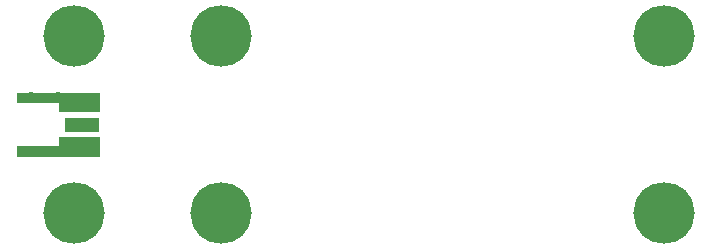
<source format=gts>
G04*
G04 #@! TF.GenerationSoftware,Altium Limited,Altium Designer,21.4.1 (30)*
G04*
G04 Layer_Color=8388736*
%FSLAX25Y25*%
%MOIN*%
G70*
G04*
G04 #@! TF.SameCoordinates,3DD515BA-ABF8-41DF-8C9C-53FC49308A7C*
G04*
G04*
G04 #@! TF.FilePolarity,Negative*
G04*
G01*
G75*
%ADD13R,0.11824X0.05131*%
%ADD14R,0.01800X0.01800*%
%ADD15C,0.20485*%
G36*
X14980Y42126D02*
Y45079D01*
X28366D01*
Y38583D01*
X807D01*
Y42126D01*
X14980D01*
D02*
G37*
G36*
X28366Y59842D02*
Y53347D01*
X14980D01*
Y56299D01*
X807D01*
Y59842D01*
X28366D01*
D02*
G37*
D13*
X22461Y49213D02*
D03*
D14*
X14547Y38976D02*
D03*
X5492D02*
D03*
Y59449D02*
D03*
X14547D02*
D03*
D15*
X68898Y78740D02*
D03*
Y19685D02*
D03*
X19685D02*
D03*
X216535D02*
D03*
Y78740D02*
D03*
X19685D02*
D03*
M02*

</source>
